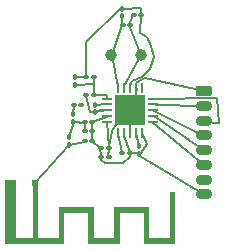
<source format=gbr>
%TF.GenerationSoftware,KiCad,Pcbnew,8.0.1*%
%TF.CreationDate,2024-04-19T15:46:34-07:00*%
%TF.ProjectId,SCH_Dise_o-de-modulo NRF24L01 2.4GHz_Redimensionamiento Y Cambio de interfaz,5343485f-4469-4736-95f1-6f2d64652d6d,rev?*%
%TF.SameCoordinates,Original*%
%TF.FileFunction,Copper,L1,Top*%
%TF.FilePolarity,Positive*%
%FSLAX46Y46*%
G04 Gerber Fmt 4.6, Leading zero omitted, Abs format (unit mm)*
G04 Created by KiCad (PCBNEW 8.0.1) date 2024-04-19 15:46:34*
%MOMM*%
%LPD*%
G01*
G04 APERTURE LIST*
G04 Aperture macros list*
%AMRoundRect*
0 Rectangle with rounded corners*
0 $1 Rounding radius*
0 $2 $3 $4 $5 $6 $7 $8 $9 X,Y pos of 4 corners*
0 Add a 4 corners polygon primitive as box body*
4,1,4,$2,$3,$4,$5,$6,$7,$8,$9,$2,$3,0*
0 Add four circle primitives for the rounded corners*
1,1,$1+$1,$2,$3*
1,1,$1+$1,$4,$5*
1,1,$1+$1,$6,$7*
1,1,$1+$1,$8,$9*
0 Add four rect primitives between the rounded corners*
20,1,$1+$1,$2,$3,$4,$5,0*
20,1,$1+$1,$4,$5,$6,$7,0*
20,1,$1+$1,$6,$7,$8,$9,0*
20,1,$1+$1,$8,$9,$2,$3,0*%
G04 Aperture macros list end*
%TA.AperFunction,Conductor*%
%ADD10C,0.200000*%
%TD*%
%TA.AperFunction,EtchedComponent*%
%ADD11C,0.000000*%
%TD*%
%TA.AperFunction,ComponentPad*%
%ADD12C,1.000000*%
%TD*%
%TA.AperFunction,SMDPad,CuDef*%
%ADD13RoundRect,0.100000X-0.130000X-0.100000X0.130000X-0.100000X0.130000X0.100000X-0.130000X0.100000X0*%
%TD*%
%TA.AperFunction,SMDPad,CuDef*%
%ADD14RoundRect,0.100000X0.130000X0.100000X-0.130000X0.100000X-0.130000X-0.100000X0.130000X-0.100000X0*%
%TD*%
%TA.AperFunction,SMDPad,CuDef*%
%ADD15RoundRect,0.062500X0.350000X0.062500X-0.350000X0.062500X-0.350000X-0.062500X0.350000X-0.062500X0*%
%TD*%
%TA.AperFunction,SMDPad,CuDef*%
%ADD16RoundRect,0.062500X0.062500X0.350000X-0.062500X0.350000X-0.062500X-0.350000X0.062500X-0.350000X0*%
%TD*%
%TA.AperFunction,HeatsinkPad*%
%ADD17R,2.500000X2.500000*%
%TD*%
%TA.AperFunction,SMDPad,CuDef*%
%ADD18RoundRect,0.100000X-0.100000X0.130000X-0.100000X-0.130000X0.100000X-0.130000X0.100000X0.130000X0*%
%TD*%
%TA.AperFunction,ComponentPad*%
%ADD19RoundRect,0.225000X-0.475000X0.225000X-0.475000X-0.225000X0.475000X-0.225000X0.475000X0.225000X0*%
%TD*%
%TA.AperFunction,ComponentPad*%
%ADD20O,1.400000X0.900000*%
%TD*%
%TA.AperFunction,SMDPad,CuDef*%
%ADD21RoundRect,0.100000X0.100000X-0.130000X0.100000X0.130000X-0.100000X0.130000X-0.100000X-0.130000X0*%
%TD*%
%TA.AperFunction,ConnectorPad*%
%ADD22R,0.500000X0.500000*%
%TD*%
%TA.AperFunction,ComponentPad*%
%ADD23R,0.900000X0.500000*%
%TD*%
G04 APERTURE END LIST*
D10*
%TO.N,VDD*%
X133220000Y-72010000D02*
X133800000Y-69070000D01*
%TO.N,Net-(U1-ANT2)*%
X129830000Y-71120000D02*
X129530000Y-69760000D01*
X130290000Y-71150000D02*
X129830000Y-71120000D01*
%TO.N,VDD*%
X134040000Y-68500000D02*
X133770000Y-68700000D01*
X134540000Y-68240000D02*
X134040000Y-68500000D01*
X139490000Y-69360000D02*
X134540000Y-68240000D01*
%TO.N,Net-(J1-Pin_3)*%
X140610000Y-69930000D02*
X135170000Y-70040000D01*
X140750000Y-72020000D02*
X140610000Y-69930000D01*
X139590000Y-71940000D02*
X140750000Y-72020000D01*
%TO.N,Net-(J1-Pin_6)*%
X139540000Y-75630000D02*
X135140000Y-71930000D01*
%TO.N,Net-(J1-Pin_5)*%
X139560000Y-74440000D02*
X135280000Y-71500000D01*
%TO.N,Net-(J1-Pin_4)*%
X139470000Y-73120000D02*
X135300000Y-71000000D01*
%TO.N,Net-(J1-Pin_2)*%
X139500000Y-70620000D02*
X135470000Y-70550000D01*
%TO.N,GND*%
X134710000Y-73800000D02*
X134160000Y-74600000D01*
X134230000Y-72900000D02*
X134710000Y-73800000D01*
X134040000Y-74650000D02*
X133210000Y-74540000D01*
X139570000Y-78120000D02*
X133950000Y-74730000D01*
%TO.N,VDD*%
X131760000Y-72720000D02*
X131450000Y-74110000D01*
X132120000Y-72050000D02*
X131760000Y-72720000D01*
X133220000Y-72010000D02*
X132120000Y-72050000D01*
X133210000Y-72900000D02*
X133220000Y-72010000D01*
%TO.N,Net-(U1-IREF)*%
X132540000Y-74550000D02*
X132250000Y-73010000D01*
%TO.N,GND*%
X133210000Y-74540000D02*
X132770000Y-73140000D01*
%TO.N,Net-(U1-DVDD)*%
X133770000Y-72930000D02*
X133980000Y-74030000D01*
%TO.N,VDD*%
X131290000Y-72000000D02*
X131450000Y-74110000D01*
X131420000Y-75010000D02*
X131450000Y-74110000D01*
%TO.N,GND*%
X130730000Y-74090000D02*
X130820000Y-74950000D01*
X130000000Y-73650000D02*
X130730000Y-74090000D01*
X133450000Y-68460000D02*
X133220000Y-68940000D01*
X134230000Y-68130000D02*
X133450000Y-68460000D01*
X134910000Y-67460000D02*
X134230000Y-68130000D01*
X135240000Y-66470000D02*
X134910000Y-67460000D01*
X135030000Y-65530000D02*
X135240000Y-66470000D01*
X134680000Y-64800000D02*
X135030000Y-65530000D01*
X134110000Y-64410000D02*
X134680000Y-64800000D01*
X134210000Y-62940000D02*
X134110000Y-64410000D01*
X134180000Y-62310000D02*
X134210000Y-62940000D01*
X132550000Y-62390000D02*
X134180000Y-62310000D01*
%TO.N,Net-(U1-XC1)*%
X132590000Y-63780000D02*
X132570000Y-63020000D01*
%TO.N,Net-(U1-XC2)*%
X133190000Y-63770000D02*
X133520000Y-62900000D01*
%TO.N,Net-(U1-XC1)*%
X132590000Y-63780000D02*
X131680000Y-66320000D01*
%TO.N,Net-(U1-XC2)*%
X133190000Y-63770000D02*
X134210000Y-66310000D01*
%TO.N,Net-(U1-XC1)*%
X131680000Y-66320000D02*
X132260000Y-69030000D01*
%TO.N,Net-(U1-XC2)*%
X134210000Y-66310000D02*
X132750000Y-68900000D01*
%TO.N,Net-(U1-VDD_PA)*%
X130180000Y-68750000D02*
X130170000Y-69660000D01*
X128550000Y-68830000D02*
X130180000Y-68750000D01*
%TO.N,GND*%
X128560000Y-68180000D02*
X129550000Y-68180000D01*
%TO.N,Net-(C7-Pad1)*%
X128470000Y-70520000D02*
X128450000Y-71290000D01*
%TO.N,Net-(U1-ANT1)*%
X130280000Y-70510000D02*
X131290000Y-70490000D01*
%TO.N,Net-(AE1-A)*%
X128050000Y-73880000D02*
X125240000Y-77155000D01*
X129440000Y-73630000D02*
X128050000Y-73880000D01*
%TO.N,Net-(C10-Pad1)*%
X128470000Y-71970000D02*
X128040000Y-73240000D01*
X129420000Y-72030000D02*
X128470000Y-71970000D01*
X129420000Y-72730000D02*
X129420000Y-72030000D01*
%TO.N,GND*%
X130030000Y-72780000D02*
X130060000Y-71990000D01*
X130060000Y-71990000D02*
X131270000Y-71520000D01*
%TO.N,Net-(U1-ANT2)*%
X130290000Y-71150000D02*
X131320000Y-70970000D01*
%TO.N,Net-(U1-VDD_PA)*%
X131280000Y-69660000D02*
X131290000Y-69930000D01*
X130170000Y-69660000D02*
X131280000Y-69660000D01*
D11*
%TA.AperFunction,EtchedComponent*%
%TD*%
%TO.C,AE1*%
G36*
X123590000Y-81805000D02*
G01*
X124990000Y-81805000D01*
X124990000Y-76905000D01*
X125490000Y-76905000D01*
X125490000Y-81805000D01*
X127190000Y-81805000D01*
X127190000Y-79165000D01*
X130190000Y-79165000D01*
X130190000Y-81805000D01*
X131890000Y-81805000D01*
X131890000Y-79165000D01*
X134890000Y-79165000D01*
X134890000Y-81805000D01*
X136590000Y-81805000D01*
X136590000Y-77865000D01*
X137090000Y-77865000D01*
X137090000Y-82305000D01*
X134390000Y-82305000D01*
X134390000Y-79665000D01*
X132390000Y-79665000D01*
X132390000Y-82305000D01*
X129690000Y-82305000D01*
X129690000Y-79665000D01*
X127690000Y-79665000D01*
X127690000Y-82305000D01*
X122690000Y-82305000D01*
X122690000Y-77148215D01*
X122992417Y-77148215D01*
X122997153Y-77196622D01*
X123016815Y-77241416D01*
X123051755Y-77278186D01*
X123084647Y-77295092D01*
X123132733Y-77302982D01*
X123182318Y-77296408D01*
X123227628Y-77276313D01*
X123262888Y-77243643D01*
X123279782Y-77211417D01*
X123288222Y-77163158D01*
X123281691Y-77113632D01*
X123261132Y-77068447D01*
X123227489Y-77033213D01*
X123208878Y-77022600D01*
X123163363Y-77009700D01*
X123114844Y-77008957D01*
X123072181Y-77021065D01*
X123064269Y-77025419D01*
X123026326Y-77058203D01*
X123002258Y-77100605D01*
X122992417Y-77148215D01*
X122690000Y-77148215D01*
X122690000Y-76905000D01*
X123590000Y-76905000D01*
X123590000Y-81805000D01*
G37*
%TD.AperFunction*%
D12*
%TO.P,Y1,1,1*%
%TO.N,Net-(U1-XC2)*%
X134210000Y-66310000D03*
%TO.P,Y1,2,2*%
%TO.N,Net-(U1-XC1)*%
X131670000Y-66310000D03*
%TD*%
D13*
%TO.P,C4,2*%
%TO.N,GND*%
X134180000Y-62880000D03*
%TO.P,C4,1*%
%TO.N,Net-(U1-XC2)*%
X133540000Y-62880000D03*
%TD*%
D14*
%TO.P,C3,1*%
%TO.N,VDD*%
X131425000Y-74140000D03*
%TO.P,C3,2*%
%TO.N,GND*%
X130785000Y-74140000D03*
%TD*%
D15*
%TO.P,U1,1,CE*%
%TO.N,Net-(J1-Pin_6)*%
X135180000Y-71990000D03*
%TO.P,U1,2,CSN*%
%TO.N,Net-(J1-Pin_5)*%
X135180000Y-71490000D03*
%TO.P,U1,3,SCK*%
%TO.N,Net-(J1-Pin_4)*%
X135180000Y-70990000D03*
%TO.P,U1,4,MOSI*%
%TO.N,Net-(J1-Pin_2)*%
X135180000Y-70490000D03*
%TO.P,U1,5,MISO*%
%TO.N,Net-(J1-Pin_3)*%
X135180000Y-69990000D03*
D16*
%TO.P,U1,6,IRQ*%
%TO.N,Net-(J1-Pin_7)*%
X134242500Y-69052500D03*
%TO.P,U1,7,VDD*%
%TO.N,VDD*%
X133742500Y-69052500D03*
%TO.P,U1,8,VSS*%
%TO.N,GND*%
X133242500Y-69052500D03*
%TO.P,U1,9,XC2*%
%TO.N,Net-(U1-XC2)*%
X132742500Y-69052500D03*
%TO.P,U1,10,XC1*%
%TO.N,Net-(U1-XC1)*%
X132242500Y-69052500D03*
D15*
%TO.P,U1,11,VDD_PA*%
%TO.N,Net-(U1-VDD_PA)*%
X131305000Y-69990000D03*
%TO.P,U1,12,ANT1*%
%TO.N,Net-(U1-ANT1)*%
X131305000Y-70490000D03*
%TO.P,U1,13,ANT2*%
%TO.N,Net-(U1-ANT2)*%
X131305000Y-70990000D03*
%TO.P,U1,14,VSS*%
%TO.N,GND*%
X131305000Y-71490000D03*
%TO.P,U1,15,VDD*%
%TO.N,VDD*%
X131305000Y-71990000D03*
D16*
%TO.P,U1,16,IREF*%
%TO.N,Net-(U1-IREF)*%
X132242500Y-72927500D03*
%TO.P,U1,17,VSS*%
%TO.N,GND*%
X132742500Y-72927500D03*
%TO.P,U1,18,VDD*%
%TO.N,VDD*%
X133242500Y-72927500D03*
%TO.P,U1,19,DVDD*%
%TO.N,Net-(U1-DVDD)*%
X133742500Y-72927500D03*
%TO.P,U1,20,VSS*%
%TO.N,GND*%
X134242500Y-72927500D03*
D17*
%TO.P,U1,21*%
%TO.N,N/C*%
X133242500Y-70990000D03*
%TD*%
D14*
%TO.P,R2,1*%
%TO.N,Net-(U1-XC2)*%
X133250000Y-63740000D03*
%TO.P,R2,2*%
%TO.N,Net-(U1-XC1)*%
X132610000Y-63740000D03*
%TD*%
D13*
%TO.P,R1,2*%
%TO.N,GND*%
X133205000Y-74560000D03*
%TO.P,R1,1*%
%TO.N,Net-(U1-IREF)*%
X132565000Y-74560000D03*
%TD*%
D18*
%TO.P,L4,1,1*%
%TO.N,Net-(C10-Pad1)*%
X128040000Y-73250000D03*
%TO.P,L4,2,2*%
%TO.N,Net-(AE1-A)*%
X128040000Y-73890000D03*
%TD*%
D14*
%TO.P,L3,1,1*%
%TO.N,Net-(U1-VDD_PA)*%
X130155000Y-69670000D03*
%TO.P,L3,2,2*%
%TO.N,Net-(U1-ANT2)*%
X129515000Y-69670000D03*
%TD*%
%TO.P,L2,1,1*%
%TO.N,Net-(U1-ANT1)*%
X129100000Y-70540000D03*
%TO.P,L2,2,2*%
%TO.N,Net-(C7-Pad1)*%
X128460000Y-70540000D03*
%TD*%
D18*
%TO.P,L1,1,1*%
%TO.N,Net-(U1-ANT1)*%
X130280000Y-70515000D03*
%TO.P,L1,2,2*%
%TO.N,Net-(U1-ANT2)*%
X130280000Y-71155000D03*
%TD*%
D19*
%TO.P,J1,1,Pin_1*%
%TO.N,VDD*%
X139490000Y-69360000D03*
D20*
%TO.P,J1,2,Pin_2*%
%TO.N,Net-(J1-Pin_2)*%
X139490000Y-70610000D03*
%TO.P,J1,3,Pin_3*%
%TO.N,Net-(J1-Pin_3)*%
X139490000Y-71860000D03*
%TO.P,J1,4,Pin_4*%
%TO.N,Net-(J1-Pin_4)*%
X139490000Y-73110000D03*
%TO.P,J1,5,Pin_5*%
%TO.N,Net-(J1-Pin_5)*%
X139490000Y-74360000D03*
%TO.P,J1,6,Pin_6*%
%TO.N,Net-(J1-Pin_6)*%
X139490000Y-75610000D03*
%TO.P,J1,7,Pin_7*%
%TO.N,Net-(J1-Pin_7)*%
X139490000Y-76860000D03*
%TO.P,J1,8,Pin_8*%
%TO.N,GND*%
X139490000Y-78110000D03*
%TD*%
D13*
%TO.P,C11,1*%
%TO.N,Net-(AE1-A)*%
X129410000Y-73620000D03*
%TO.P,C11,2*%
%TO.N,GND*%
X130050000Y-73620000D03*
%TD*%
%TO.P,C10,1*%
%TO.N,Net-(C10-Pad1)*%
X129405000Y-72740000D03*
%TO.P,C10,2*%
%TO.N,GND*%
X130045000Y-72740000D03*
%TD*%
%TO.P,C9,1*%
%TO.N,Net-(C10-Pad1)*%
X129410000Y-72000000D03*
%TO.P,C9,2*%
%TO.N,GND*%
X130050000Y-72000000D03*
%TD*%
D14*
%TO.P,C8,1*%
%TO.N,Net-(U1-VDD_PA)*%
X130180000Y-68170000D03*
%TO.P,C8,2*%
%TO.N,GND*%
X129540000Y-68170000D03*
%TD*%
D18*
%TO.P,C7,2*%
%TO.N,Net-(C10-Pad1)*%
X128440000Y-71965000D03*
%TO.P,C7,1*%
%TO.N,Net-(C7-Pad1)*%
X128440000Y-71325000D03*
%TD*%
D21*
%TO.P,C6,1*%
%TO.N,Net-(U1-VDD_PA)*%
X128550000Y-68840000D03*
%TO.P,C6,2*%
%TO.N,GND*%
X128550000Y-68200000D03*
%TD*%
%TO.P,C5,1*%
%TO.N,Net-(U1-XC1)*%
X132570000Y-63015000D03*
%TO.P,C5,2*%
%TO.N,GND*%
X132570000Y-62375000D03*
%TD*%
D18*
%TO.P,C2,1*%
%TO.N,Net-(U1-DVDD)*%
X134000000Y-74010000D03*
%TO.P,C2,2*%
%TO.N,GND*%
X134000000Y-74650000D03*
%TD*%
D14*
%TO.P,C1,1*%
%TO.N,VDD*%
X131425000Y-74960000D03*
%TO.P,C1,2*%
%TO.N,GND*%
X130785000Y-74960000D03*
%TD*%
D22*
%TO.P,AE1,1,A*%
%TO.N,Net-(AE1-A)*%
X125240000Y-77155000D03*
D23*
%TO.P,AE1,2*%
%TO.N,N/C*%
X123140000Y-77155000D03*
%TD*%
D10*
%TO.N,GND*%
X132680000Y-75460000D02*
X133205000Y-74935000D01*
X131085001Y-75460000D02*
X132680000Y-75460000D01*
X133205000Y-74935000D02*
X133205000Y-74560000D01*
X130785000Y-75159999D02*
X131085001Y-75460000D01*
X130785000Y-74960000D02*
X130785000Y-75159999D01*
X130045000Y-73615000D02*
X130050000Y-73620000D01*
X130045000Y-72740000D02*
X130045000Y-73615000D01*
%TO.N,Net-(U1-ANT2)*%
X130664999Y-70970000D02*
X131320000Y-70970000D01*
X130479999Y-71155000D02*
X130664999Y-70970000D01*
X130280000Y-71155000D02*
X130479999Y-71155000D01*
%TO.N,GND*%
X129540000Y-65205001D02*
X132370001Y-62375000D01*
X129540000Y-68170000D02*
X129540000Y-65205001D01*
X132370001Y-62375000D02*
X132570000Y-62375000D01*
%TO.N,Net-(U1-VDD_PA)*%
X130180000Y-68170000D02*
X130180000Y-68750000D01*
%TD*%
M02*

</source>
